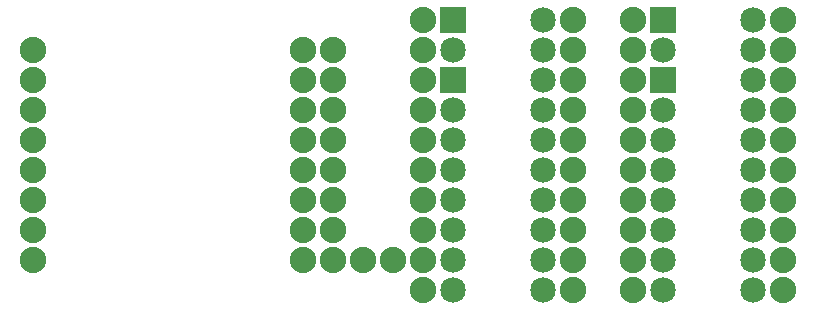
<source format=gbs>
G04 MADE WITH FRITZING*
G04 WWW.FRITZING.ORG*
G04 DOUBLE SIDED*
G04 HOLES PLATED*
G04 CONTOUR ON CENTER OF CONTOUR VECTOR*
%ASAXBY*%
%FSLAX23Y23*%
%MOIN*%
%OFA0B0*%
%SFA1.0B1.0*%
%ADD10C,0.085000*%
%ADD11C,0.088000*%
%ADD12R,0.085000X0.085000*%
%LNMASK0*%
G90*
G70*
G54D10*
X1473Y972D03*
X1773Y972D03*
X1473Y872D03*
X1773Y872D03*
X1473Y772D03*
X1773Y772D03*
X1473Y672D03*
X1773Y672D03*
X1473Y572D03*
X1773Y572D03*
X1473Y472D03*
X1773Y472D03*
X1473Y372D03*
X1773Y372D03*
X1473Y272D03*
X1773Y272D03*
X2173Y972D03*
X2473Y972D03*
X2173Y872D03*
X2473Y872D03*
X2173Y772D03*
X2473Y772D03*
X2173Y672D03*
X2473Y672D03*
X2173Y572D03*
X2473Y572D03*
X2173Y472D03*
X2473Y472D03*
X2173Y372D03*
X2473Y372D03*
X2173Y272D03*
X2473Y272D03*
G54D11*
X1373Y1172D03*
X1373Y1072D03*
X1373Y972D03*
X1373Y872D03*
X1373Y772D03*
X1373Y672D03*
X1373Y572D03*
X1373Y472D03*
X1373Y372D03*
X1373Y272D03*
X1873Y1172D03*
X1873Y1072D03*
X1873Y972D03*
X1873Y872D03*
X1873Y772D03*
X1873Y672D03*
X1873Y572D03*
X1873Y472D03*
X1873Y372D03*
X1873Y272D03*
X2073Y1172D03*
X2073Y1072D03*
X2073Y972D03*
X2073Y872D03*
X2073Y772D03*
X2073Y672D03*
X2073Y572D03*
X2073Y472D03*
X2073Y372D03*
X2073Y272D03*
X2573Y1172D03*
X2573Y1072D03*
X2573Y972D03*
X2573Y872D03*
X2573Y772D03*
X2573Y672D03*
X2573Y572D03*
X2573Y472D03*
X2573Y372D03*
X2573Y272D03*
X73Y1072D03*
X73Y972D03*
X73Y872D03*
X73Y772D03*
X73Y672D03*
X73Y572D03*
X73Y472D03*
X73Y372D03*
X973Y1072D03*
X973Y972D03*
X973Y872D03*
X973Y772D03*
X973Y672D03*
X973Y572D03*
X973Y472D03*
X973Y372D03*
X1273Y372D03*
X1173Y372D03*
X1073Y1072D03*
X1073Y972D03*
X1073Y872D03*
X1073Y772D03*
X1073Y672D03*
X1073Y572D03*
X1073Y472D03*
X1073Y372D03*
G54D10*
X2173Y1172D03*
X2473Y1172D03*
X2173Y1072D03*
X2473Y1072D03*
X1473Y1172D03*
X1773Y1172D03*
X1473Y1072D03*
X1773Y1072D03*
G54D12*
X1473Y972D03*
X2173Y972D03*
X2173Y1172D03*
X1473Y1172D03*
G04 End of Mask0*
M02*
</source>
